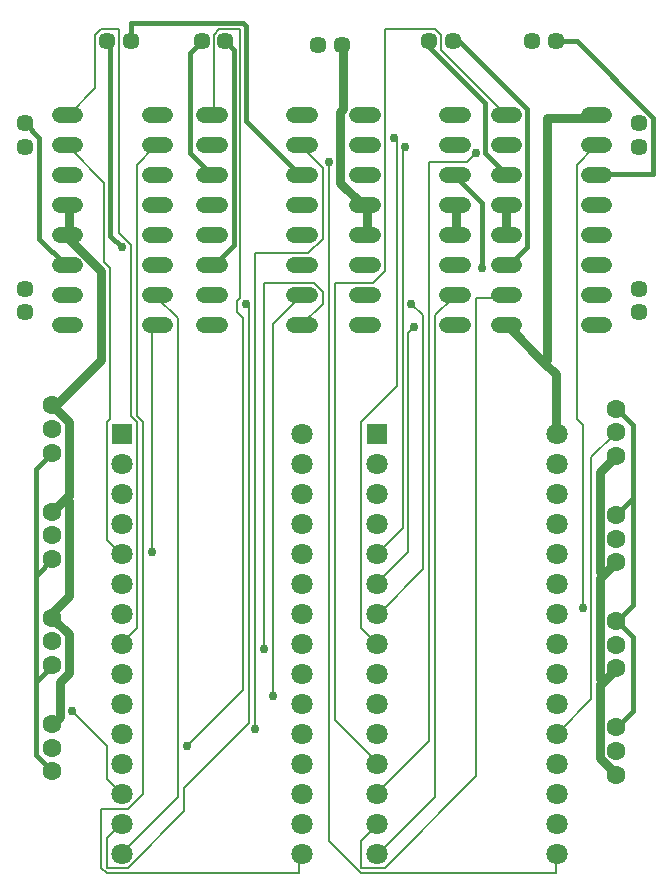
<source format=gbr>
G04 EAGLE Gerber RS-274X export*
G75*
%MOMM*%
%FSLAX34Y34*%
%LPD*%
%INBottom Copper*%
%IPPOS*%
%AMOC8*
5,1,8,0,0,1.08239X$1,22.5*%
G01*
G04 Define Apertures*
%ADD10R,1.800000X1.800000*%
%ADD11C,1.800000*%
%ADD12C,1.320800*%
%ADD13C,1.447800*%
%ADD14C,1.600000*%
%ADD15C,0.400000*%
%ADD16C,0.750000*%
%ADD17C,0.200000*%
%ADD18C,0.756400*%
D10*
X122400Y407400D03*
D11*
X122400Y382000D03*
X122400Y356600D03*
X122400Y331200D03*
X122400Y305800D03*
X122400Y280400D03*
X122400Y255000D03*
X122400Y229600D03*
X122400Y204200D03*
X122400Y178800D03*
X122400Y153400D03*
X122400Y128000D03*
X122400Y102600D03*
X122400Y77200D03*
X122400Y51800D03*
X274800Y51800D03*
X274800Y77200D03*
X274800Y102600D03*
X274800Y128000D03*
X274800Y153400D03*
X274800Y178800D03*
X274800Y204200D03*
X274800Y229600D03*
X274800Y255000D03*
X274800Y280400D03*
X274800Y305800D03*
X274800Y331200D03*
X274800Y356600D03*
X274800Y382000D03*
X274800Y407400D03*
D12*
X159004Y499000D02*
X145796Y499000D01*
X145796Y524400D02*
X159004Y524400D01*
X159004Y651400D02*
X145796Y651400D01*
X145796Y676800D02*
X159004Y676800D01*
X159004Y549800D02*
X145796Y549800D01*
X145796Y575200D02*
X159004Y575200D01*
X159004Y626000D02*
X145796Y626000D01*
X145796Y600600D02*
X159004Y600600D01*
X82804Y676800D02*
X69596Y676800D01*
X69596Y651400D02*
X82804Y651400D01*
X82804Y626000D02*
X69596Y626000D01*
X69596Y600600D02*
X82804Y600600D01*
X82804Y575200D02*
X69596Y575200D01*
X69596Y549800D02*
X82804Y549800D01*
X82804Y524400D02*
X69596Y524400D01*
X69596Y499000D02*
X82804Y499000D01*
X268196Y499000D02*
X281404Y499000D01*
X281404Y524400D02*
X268196Y524400D01*
X268196Y651400D02*
X281404Y651400D01*
X281404Y676800D02*
X268196Y676800D01*
X268196Y549800D02*
X281404Y549800D01*
X281404Y575200D02*
X268196Y575200D01*
X268196Y626000D02*
X281404Y626000D01*
X281404Y600600D02*
X268196Y600600D01*
X205204Y676800D02*
X191996Y676800D01*
X191996Y651400D02*
X205204Y651400D01*
X205204Y626000D02*
X191996Y626000D01*
X191996Y600600D02*
X205204Y600600D01*
X205204Y575200D02*
X191996Y575200D01*
X191996Y549800D02*
X205204Y549800D01*
X205204Y524400D02*
X191996Y524400D01*
X191996Y499000D02*
X205204Y499000D01*
D13*
X288700Y736800D03*
X308700Y736800D03*
D14*
X63150Y121400D03*
X63150Y141400D03*
X63150Y161400D03*
X63150Y211400D03*
X63150Y231400D03*
X63150Y251400D03*
X63150Y301400D03*
X63150Y321400D03*
X63150Y341400D03*
X63150Y391400D03*
X63150Y411400D03*
X63150Y431400D03*
D10*
X338300Y407400D03*
D11*
X338300Y382000D03*
X338300Y356600D03*
X338300Y331200D03*
X338300Y305800D03*
X338300Y280400D03*
X338300Y255000D03*
X338300Y229600D03*
X338300Y204200D03*
X338300Y178800D03*
X338300Y153400D03*
X338300Y128000D03*
X338300Y102600D03*
X338300Y77200D03*
X338300Y51800D03*
X490700Y51800D03*
X490700Y77200D03*
X490700Y102600D03*
X490700Y128000D03*
X490700Y153400D03*
X490700Y178800D03*
X490700Y204200D03*
X490700Y229600D03*
X490700Y255000D03*
X490700Y280400D03*
X490700Y305800D03*
X490700Y331200D03*
X490700Y356600D03*
X490700Y382000D03*
X490700Y407400D03*
D12*
X411104Y499000D02*
X397896Y499000D01*
X397896Y524400D02*
X411104Y524400D01*
X411104Y651400D02*
X397896Y651400D01*
X397896Y676800D02*
X411104Y676800D01*
X411104Y549800D02*
X397896Y549800D01*
X397896Y575200D02*
X411104Y575200D01*
X411104Y626000D02*
X397896Y626000D01*
X397896Y600600D02*
X411104Y600600D01*
X334904Y676800D02*
X321696Y676800D01*
X321696Y651400D02*
X334904Y651400D01*
X334904Y626000D02*
X321696Y626000D01*
X321696Y600600D02*
X334904Y600600D01*
X334904Y575200D02*
X321696Y575200D01*
X321696Y549800D02*
X334904Y549800D01*
X334904Y524400D02*
X321696Y524400D01*
X321696Y499000D02*
X334904Y499000D01*
X517596Y499000D02*
X530804Y499000D01*
X530804Y524400D02*
X517596Y524400D01*
X517596Y651400D02*
X530804Y651400D01*
X530804Y676800D02*
X517596Y676800D01*
X517596Y549800D02*
X530804Y549800D01*
X530804Y575200D02*
X517596Y575200D01*
X517596Y626000D02*
X530804Y626000D01*
X530804Y600600D02*
X517596Y600600D01*
X454604Y676800D02*
X441396Y676800D01*
X441396Y651400D02*
X454604Y651400D01*
X454604Y626000D02*
X441396Y626000D01*
X441396Y600600D02*
X454604Y600600D01*
X454604Y575200D02*
X441396Y575200D01*
X441396Y549800D02*
X454604Y549800D01*
X454604Y524400D02*
X441396Y524400D01*
X441396Y499000D02*
X454604Y499000D01*
D14*
X541150Y428600D03*
X541150Y408600D03*
X541150Y388600D03*
X541150Y338600D03*
X541150Y318600D03*
X541150Y298600D03*
X541150Y248600D03*
X541150Y228600D03*
X541150Y208600D03*
X541150Y158600D03*
X541150Y138600D03*
X541150Y118600D03*
D13*
X40000Y510000D03*
X40000Y530000D03*
X40000Y650000D03*
X40000Y670000D03*
X110000Y740000D03*
X130000Y740000D03*
X190000Y740000D03*
X210000Y740000D03*
X560000Y530000D03*
X560000Y510000D03*
X560000Y670000D03*
X560000Y650000D03*
X470000Y740000D03*
X490000Y740000D03*
X382399Y740000D03*
X402399Y740000D03*
D15*
X50000Y135000D02*
X62500Y122500D01*
X50000Y135000D02*
X50000Y197500D01*
X51250Y198750D02*
X62500Y210000D01*
X51250Y198750D02*
X50000Y197500D01*
X62500Y122500D02*
X63150Y121400D01*
X62500Y210000D02*
X63150Y211400D01*
X50000Y287500D02*
X51250Y288750D01*
X62500Y300000D01*
X50000Y287500D02*
X50000Y200000D01*
X62500Y300000D02*
X63150Y301400D01*
X50000Y200000D02*
X51250Y198750D01*
X50000Y377500D02*
X62500Y390000D01*
X50000Y377500D02*
X50000Y290000D01*
X62500Y390000D02*
X63150Y391400D01*
X50000Y290000D02*
X51250Y288750D01*
D16*
X480000Y467500D02*
X490000Y457500D01*
X480000Y467500D02*
X450000Y497500D01*
X490000Y457500D02*
X490000Y407500D01*
X450000Y497500D02*
X448000Y499000D01*
X490000Y407500D02*
X490700Y407400D01*
X482500Y675000D02*
X522500Y675000D01*
X482500Y675000D02*
X482500Y470000D01*
X522500Y675000D02*
X524200Y676800D01*
X482500Y470000D02*
X480000Y467500D01*
D17*
X107500Y620000D02*
X77500Y650000D01*
X107500Y620000D02*
X107500Y552500D01*
X112500Y547500D01*
X112500Y420000D01*
X110000Y417500D01*
X110000Y317500D01*
X120000Y307500D01*
X77500Y650000D02*
X76200Y651400D01*
X120000Y307500D02*
X122400Y305800D01*
X147500Y495000D02*
X150000Y497500D01*
X147500Y495000D02*
X147500Y307500D01*
X150000Y497500D02*
X152400Y499000D01*
D18*
X147500Y307500D03*
D17*
X77500Y677500D02*
X100000Y700000D01*
X100000Y745000D01*
X105000Y750000D01*
X120000Y750000D01*
X120000Y577500D01*
X130000Y567500D01*
X130000Y422500D01*
X135000Y417500D01*
X135000Y242500D01*
X122500Y230000D01*
X76200Y676800D02*
X77500Y677500D01*
X122500Y230000D02*
X122400Y229600D01*
X275000Y500000D02*
X292500Y517500D01*
X292500Y527500D01*
X285000Y535000D01*
X242500Y535000D01*
X242500Y225000D01*
X274800Y499000D02*
X275000Y500000D01*
D18*
X242500Y225000D03*
D16*
X77500Y577500D02*
X77500Y600000D01*
X77500Y577500D02*
X76200Y575200D01*
X77500Y600000D02*
X76200Y600600D01*
X405000Y600000D02*
X405000Y577500D01*
X404500Y575200D01*
X405000Y600000D02*
X404500Y600600D01*
X447500Y600000D02*
X447500Y577500D01*
X448000Y575200D01*
X447500Y600000D02*
X448000Y600600D01*
X330000Y600000D02*
X330000Y577500D01*
X328300Y575200D01*
X330000Y600000D02*
X328300Y600600D01*
X310000Y682500D02*
X310000Y735000D01*
X310000Y682500D02*
X307500Y680000D01*
X307500Y620000D01*
X325000Y602500D01*
X310000Y735000D02*
X308700Y736800D01*
X325000Y602500D02*
X328300Y600600D01*
X527500Y132500D02*
X540000Y120000D01*
X527500Y132500D02*
X527500Y195000D01*
X530000Y197500D02*
X540000Y207500D01*
X530000Y197500D02*
X527500Y195000D01*
X540000Y120000D02*
X541150Y118600D01*
X540000Y207500D02*
X541150Y208600D01*
X527500Y285000D02*
X530000Y287500D01*
X540000Y297500D01*
X527500Y285000D02*
X527500Y200000D01*
X540000Y297500D02*
X541150Y298600D01*
X527500Y200000D02*
X530000Y197500D01*
X527500Y375000D02*
X540000Y387500D01*
X527500Y375000D02*
X527500Y290000D01*
X540000Y387500D02*
X541150Y388600D01*
X527500Y290000D02*
X530000Y287500D01*
X70000Y167500D02*
X65000Y162500D01*
X70000Y167500D02*
X70000Y197500D01*
X77500Y205000D01*
X77500Y237500D01*
X65000Y250000D01*
X65000Y162500D02*
X63150Y161400D01*
X65000Y250000D02*
X63150Y251400D01*
X77500Y417500D02*
X65000Y430000D01*
X77500Y417500D02*
X77500Y355000D01*
X75000Y352500D02*
X65000Y342500D01*
X75000Y352500D02*
X77500Y355000D01*
X65000Y430000D02*
X63150Y431400D01*
X65000Y342500D02*
X63150Y341400D01*
X77500Y270000D02*
X62500Y255000D01*
X77500Y270000D02*
X77500Y350000D01*
X62500Y255000D02*
X63150Y251400D01*
X77500Y350000D02*
X75000Y352500D01*
X105000Y545000D02*
X77500Y572500D01*
X105000Y545000D02*
X105000Y470000D01*
X67500Y432500D01*
X77500Y572500D02*
X76200Y575200D01*
X67500Y432500D02*
X63150Y431400D01*
D17*
X135000Y635000D02*
X150000Y650000D01*
X135000Y635000D02*
X135000Y422500D01*
X140000Y417500D01*
X140000Y102500D01*
X127500Y90000D01*
X105000Y90000D01*
X105000Y40000D01*
X110000Y35000D01*
X272500Y35000D01*
X272500Y50000D01*
X150000Y650000D02*
X152400Y651400D01*
X274800Y51800D02*
X272500Y50000D01*
X170000Y505000D02*
X152500Y522500D01*
X170000Y505000D02*
X170000Y100000D01*
X122500Y52500D01*
X152500Y522500D02*
X152400Y524400D01*
X122500Y52500D02*
X122400Y51800D01*
X230000Y515000D02*
X227500Y517500D01*
X230000Y515000D02*
X230000Y162500D01*
X175000Y107500D01*
X175000Y87500D01*
X127500Y40000D01*
X110000Y40000D01*
X110000Y65000D01*
X120000Y75000D01*
X122400Y77200D01*
D18*
X227500Y517500D03*
D17*
X80000Y172500D02*
X110000Y142500D01*
X110000Y115000D01*
X120000Y105000D01*
X122400Y102600D01*
D18*
X80000Y172500D03*
D17*
X200000Y677500D02*
X200000Y745000D01*
X205000Y750000D01*
X222500Y750000D01*
X222500Y522500D01*
X220000Y520000D01*
X220000Y510000D01*
X225000Y505000D01*
X225000Y190000D01*
X177500Y142500D01*
X198600Y676800D02*
X200000Y677500D01*
D18*
X177500Y142500D03*
D17*
X292500Y632500D02*
X275000Y650000D01*
X292500Y632500D02*
X292500Y572500D01*
X280000Y560000D01*
X235000Y560000D01*
X235000Y157500D01*
X275000Y650000D02*
X274800Y651400D01*
D18*
X235000Y157500D03*
D17*
X250000Y500000D02*
X272500Y522500D01*
X250000Y500000D02*
X250000Y185000D01*
X272500Y522500D02*
X274800Y524400D01*
D18*
X250000Y185000D03*
D15*
X75000Y550000D02*
X52500Y572500D01*
X52500Y657500D01*
X40000Y670000D01*
X75000Y550000D02*
X76200Y549800D01*
X112500Y575000D02*
X122500Y565000D01*
X112500Y575000D02*
X112500Y737500D01*
X110000Y740000D01*
D18*
X122500Y565000D03*
D15*
X227500Y672500D02*
X272500Y627500D01*
X227500Y672500D02*
X227500Y752500D01*
X225000Y755000D01*
X130000Y755000D01*
X130000Y740000D01*
X272500Y627500D02*
X274800Y626000D01*
X197500Y627500D02*
X180000Y645000D01*
X180000Y730000D01*
X190000Y740000D01*
X197500Y627500D02*
X198600Y626000D01*
X217500Y567500D02*
X200000Y550000D01*
X217500Y567500D02*
X217500Y732500D01*
X210000Y740000D01*
X200000Y550000D02*
X198600Y549800D01*
D17*
X520000Y387500D02*
X540000Y407500D01*
X520000Y387500D02*
X520000Y182500D01*
X492500Y155000D01*
X540000Y407500D02*
X541150Y408600D01*
X492500Y155000D02*
X490700Y153400D01*
X360000Y647500D02*
X362500Y650000D01*
X360000Y647500D02*
X360000Y327500D01*
X340000Y307500D01*
X338300Y305800D01*
D18*
X362500Y650000D03*
D17*
X370000Y497500D02*
X365000Y492500D01*
X365000Y307500D01*
X340000Y282500D01*
X338300Y280400D01*
D18*
X370000Y497500D03*
D17*
X377500Y507500D02*
X367500Y517500D01*
X377500Y507500D02*
X377500Y292500D01*
X340000Y255000D01*
X338300Y255000D01*
D18*
X367500Y517500D03*
D17*
X355000Y655000D02*
X352500Y657500D01*
X355000Y655000D02*
X355000Y447500D01*
X325000Y417500D01*
X325000Y242500D01*
X337500Y230000D01*
X338300Y229600D01*
D18*
X352500Y657500D03*
D17*
X297500Y637500D02*
X297500Y62500D01*
X325000Y35000D01*
X490000Y35000D01*
X490000Y50000D01*
X490700Y51800D01*
D18*
X297500Y637500D03*
D17*
X402500Y522500D02*
X387500Y507500D01*
X387500Y100000D01*
X340000Y52500D01*
X402500Y522500D02*
X404500Y524400D01*
X340000Y52500D02*
X338300Y51800D01*
X422500Y522500D02*
X447500Y522500D01*
X422500Y522500D02*
X422500Y117500D01*
X345000Y40000D01*
X325000Y40000D01*
X325000Y62500D01*
X337500Y75000D01*
X447500Y522500D02*
X448000Y524400D01*
X338300Y77200D02*
X337500Y75000D01*
X415000Y637500D02*
X422500Y645000D01*
X415000Y637500D02*
X382500Y637500D01*
X382500Y147500D01*
X340000Y105000D01*
X338300Y102600D01*
D18*
X422500Y645000D03*
D17*
X447500Y677500D02*
X392500Y732500D01*
X392500Y745000D01*
X387500Y750000D01*
X345000Y750000D01*
X345000Y545000D01*
X335000Y535000D01*
X302500Y535000D01*
X302500Y165000D01*
X337500Y130000D01*
X448000Y676800D02*
X447500Y677500D01*
X337500Y130000D02*
X338300Y128000D01*
X507500Y635000D02*
X522500Y650000D01*
X507500Y635000D02*
X507500Y420000D01*
X512500Y415000D01*
X512500Y260000D01*
X522500Y650000D02*
X524200Y651400D01*
D18*
X512500Y260000D03*
D15*
X555000Y172500D02*
X542500Y160000D01*
X555000Y172500D02*
X555000Y235000D01*
X542500Y247500D01*
X542500Y160000D02*
X541150Y158600D01*
X542500Y247500D02*
X541150Y248600D01*
X555000Y415000D02*
X542500Y427500D01*
X555000Y415000D02*
X555000Y352500D01*
X553750Y351250D02*
X542500Y340000D01*
X553750Y351250D02*
X555000Y352500D01*
X542500Y427500D02*
X541150Y428600D01*
X542500Y340000D02*
X541150Y338600D01*
X555000Y262500D02*
X542500Y250000D01*
X555000Y262500D02*
X555000Y350000D01*
X542500Y250000D02*
X541150Y248600D01*
X555000Y350000D02*
X553750Y351250D01*
X427500Y602500D02*
X405000Y625000D01*
X427500Y602500D02*
X427500Y547500D01*
X405000Y625000D02*
X404500Y626000D01*
D18*
X427500Y547500D03*
D15*
X525000Y627500D02*
X572500Y627500D01*
X572500Y675000D01*
X507500Y740000D01*
X490000Y740000D01*
X525000Y627500D02*
X524200Y626000D01*
X465000Y565000D02*
X450000Y550000D01*
X465000Y565000D02*
X465000Y682500D01*
X407500Y740000D01*
X402500Y740000D01*
X448000Y549800D02*
X450000Y550000D01*
X402500Y740000D02*
X402399Y740000D01*
X430000Y645000D02*
X447500Y627500D01*
X430000Y645000D02*
X430000Y687500D01*
X382500Y735000D01*
X382500Y740000D01*
X447500Y627500D02*
X448000Y626000D01*
X382500Y740000D02*
X382399Y740000D01*
M02*

</source>
